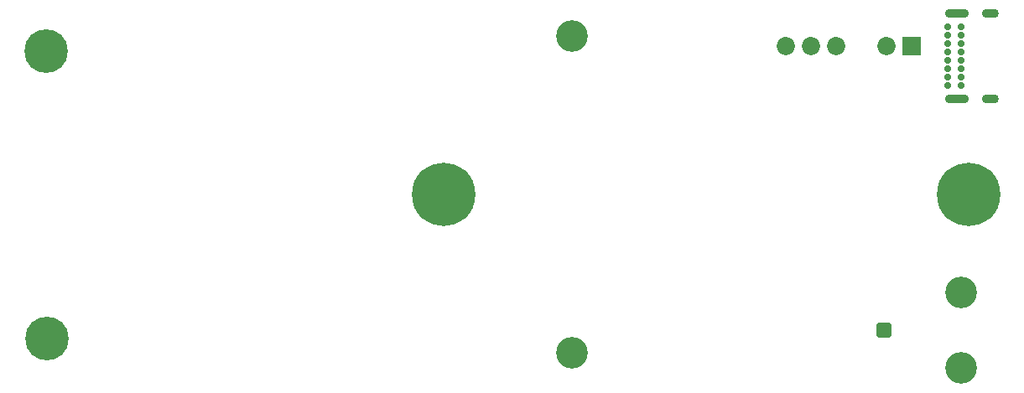
<source format=gbr>
%TF.GenerationSoftware,KiCad,Pcbnew,(6.0.0)*%
%TF.CreationDate,2024-01-04T18:13:25+01:00*%
%TF.ProjectId,Differential_Probe_v1r1,44696666-6572-4656-9e74-69616c5f5072,rev?*%
%TF.SameCoordinates,Original*%
%TF.FileFunction,Soldermask,Bot*%
%TF.FilePolarity,Negative*%
%FSLAX46Y46*%
G04 Gerber Fmt 4.6, Leading zero omitted, Abs format (unit mm)*
G04 Created by KiCad (PCBNEW (6.0.0)) date 2024-01-04 18:13:25*
%MOMM*%
%LPD*%
G01*
G04 APERTURE LIST*
G04 Aperture macros list*
%AMRoundRect*
0 Rectangle with rounded corners*
0 $1 Rounding radius*
0 $2 $3 $4 $5 $6 $7 $8 $9 X,Y pos of 4 corners*
0 Add a 4 corners polygon primitive as box body*
4,1,4,$2,$3,$4,$5,$6,$7,$8,$9,$2,$3,0*
0 Add four circle primitives for the rounded corners*
1,1,$1+$1,$2,$3*
1,1,$1+$1,$4,$5*
1,1,$1+$1,$6,$7*
1,1,$1+$1,$8,$9*
0 Add four rect primitives between the rounded corners*
20,1,$1+$1,$2,$3,$4,$5,0*
20,1,$1+$1,$4,$5,$6,$7,0*
20,1,$1+$1,$6,$7,$8,$9,0*
20,1,$1+$1,$8,$9,$2,$3,0*%
G04 Aperture macros list end*
%ADD10C,6.400000*%
%ADD11C,0.800000*%
%ADD12C,3.200000*%
%ADD13C,0.700000*%
%ADD14C,4.400000*%
%ADD15RoundRect,0.400000X-0.400000X0.400000X-0.400000X-0.400000X0.400000X-0.400000X0.400000X0.400000X0*%
%ADD16O,2.400000X0.900000*%
%ADD17O,1.700000X0.900000*%
%ADD18R,1.850000X1.850000*%
%ADD19C,1.850000*%
G04 APERTURE END LIST*
D10*
%TO.C,H4*%
X207000000Y-118000000D03*
D11*
X209400000Y-118000000D03*
X208697056Y-119697056D03*
X207000000Y-120400000D03*
X205302944Y-119697056D03*
X204600000Y-118000000D03*
X205302944Y-116302944D03*
X207000000Y-115600000D03*
X208697056Y-116302944D03*
%TD*%
D12*
%TO.C,H2*%
X167000000Y-134000000D03*
%TD*%
%TO.C,H1*%
X167000000Y-102000000D03*
%TD*%
D13*
%TO.C,J1*%
X112733274Y-104666726D03*
X113900000Y-101850000D03*
X112250000Y-103500000D03*
X115066726Y-102333274D03*
X115550000Y-103500000D03*
X115066726Y-104666726D03*
D14*
X113900000Y-103500000D03*
D13*
X113900000Y-105150000D03*
X112733274Y-102333274D03*
%TD*%
D15*
%TO.C,J3*%
X198482500Y-131690000D03*
D12*
X206282500Y-127890000D03*
X206282500Y-135490000D03*
%TD*%
D16*
%TO.C,P1*%
X205855000Y-99675000D03*
X205855000Y-108325000D03*
D17*
X209235000Y-99675000D03*
X209235000Y-108325000D03*
D13*
X206225000Y-106975000D03*
X206225000Y-106125000D03*
X206225000Y-105275000D03*
X206225000Y-104425000D03*
X206225000Y-103575000D03*
X206225000Y-102725000D03*
X206225000Y-101875000D03*
X206225000Y-101025000D03*
X204875000Y-101025000D03*
X204875000Y-101875000D03*
X204875000Y-102725000D03*
X204875000Y-103575000D03*
X204875000Y-104425000D03*
X204875000Y-105275000D03*
X204875000Y-106125000D03*
X204875000Y-106975000D03*
%TD*%
D11*
%TO.C,H3*%
X154000000Y-115600000D03*
X152302944Y-119697056D03*
D10*
X154000000Y-118000000D03*
D11*
X155697056Y-119697056D03*
X154000000Y-120400000D03*
X151600000Y-118000000D03*
X155697056Y-116302944D03*
X156400000Y-118000000D03*
X152302944Y-116302944D03*
%TD*%
D13*
%TO.C,J2*%
X112350000Y-132500000D03*
X115166726Y-131333274D03*
X114000000Y-130850000D03*
X112833274Y-133666726D03*
D14*
X114000000Y-132500000D03*
D13*
X114000000Y-134150000D03*
X115650000Y-132500000D03*
X115166726Y-133666726D03*
X112833274Y-131333274D03*
%TD*%
D18*
%TO.C,PS1*%
X201270000Y-102995000D03*
D19*
X198730000Y-102995000D03*
X193650000Y-102995000D03*
X191110000Y-102995000D03*
X188570000Y-102995000D03*
%TD*%
M02*

</source>
